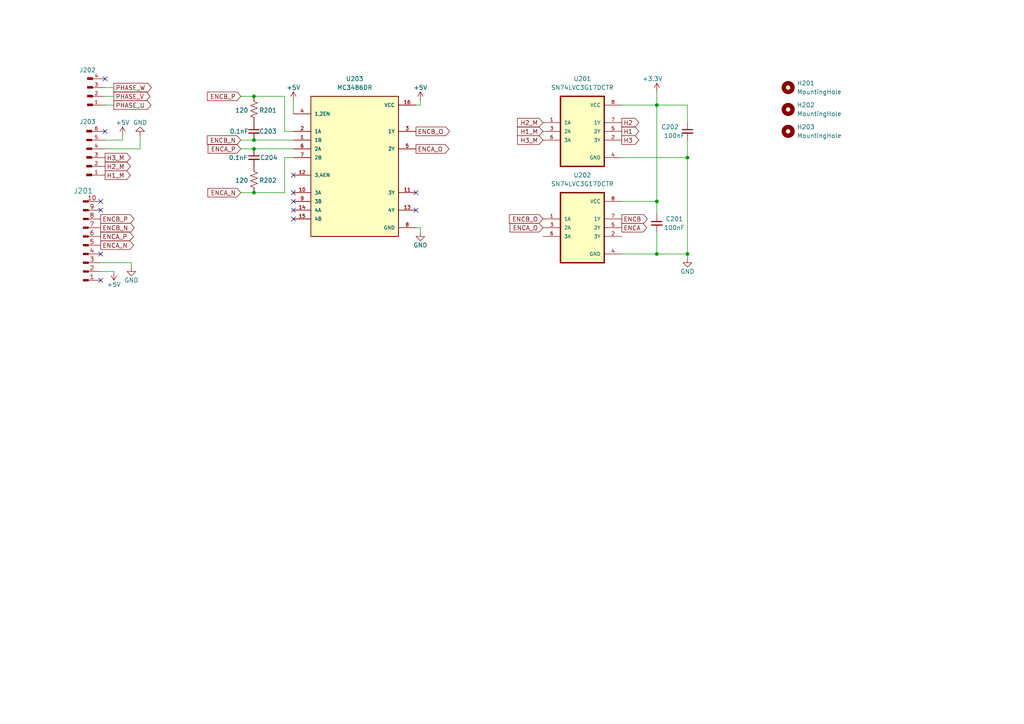
<source format=kicad_sch>
(kicad_sch (version 20231120) (generator "eeschema") (generator_version "8.0")
  (paper "A4")
  (lib_symbols
    (symbol "353180420_1" (pin_names (offset 1.016) hide)
      (property "Reference" "J" (at 0.254 2.032 0))
      (property "Value" "353180420" (at -4.318 -10.414 0))
      (symbol "353180420_1_0_0"
        (rectangle (start 3.556 -7.366) (end 5.1435 -8.001) (stroke (width 0.1)) (fill (type outline)))
        (rectangle (start 3.556 -4.826) (end 5.1435 -5.461) (stroke (width 0.1)) (fill (type outline)))
        (rectangle (start 3.556 -2.286) (end 5.1435 -2.921) (stroke (width 0.1)) (fill (type outline)))
        (rectangle (start 3.556 0.254) (end 5.1435 -0.381) (stroke (width 0.1)) (fill (type outline)))
        (pin passive line (at 0 0 0) (length 5.08) (name "1") (number "1"))
        (pin passive line (at 0 -2.54 0) (length 5.08) (name "2") (number "2"))
      )
      (symbol "353180420_1_1_0"
        (pin passive line (at 0 -5.08 0) (length 5.08) (name "3") (number "3"))
        (pin passive line (at 0 -7.62 0) (length 5.08) (name "4") (number "4"))
      )
    )
    (symbol "Device:C_Small" (pin_numbers hide) (pin_names (offset 0.254) hide)
      (property "Reference" "C" (at 0.254 1.778 0))
      (property "Value" "C_Small" (at 0.254 -2.032 0))
      (symbol "C_Small_0_1"
        (polyline (pts (xy -1.524 -0.508) (xy 1.524 -0.508)) (stroke (width 0.3302)))
        (polyline (pts (xy -1.524 0.508) (xy 1.524 0.508)) (stroke (width 0.3048)))
      )
      (symbol "C_Small_1_1"
        (pin passive line (at 0 2.54 270) (length 2.032) (name "~") (number "1"))
        (pin passive line (at 0 -2.54 90) (length 2.032) (name "~") (number "2"))
      )
    )
    (symbol "Device:R_US" (pin_numbers hide) (pin_names (offset 0))
      (property "Reference" "R" (at 2.54 0 90))
      (property "Value" "R_US" (at -2.54 0 90))
      (symbol "R_US_0_1"
        (polyline (pts (xy 0 -2.286) (xy 0 -2.54)))
        (polyline (pts (xy 0 2.286) (xy 0 2.54)))
        (polyline (pts (xy 0 -0.762) (xy 1.016 -1.143) (xy 0 -1.524) (xy -1.016 -1.905) (xy 0 -2.286)))
        (polyline (pts (xy 0 0.762) (xy 1.016 0.381) (xy 0 0) (xy -1.016 -0.381) (xy 0 -0.762)))
        (polyline (pts (xy 0 2.286) (xy 1.016 1.905) (xy 0 1.524) (xy -1.016 1.143) (xy 0 0.762)))
      )
      (symbol "R_US_1_1"
        (pin passive line (at 0 3.81 270) (length 1.27) (name "~") (number "1"))
        (pin passive line (at 0 -3.81 90) (length 1.27) (name "~") (number "2"))
      )
    )
    (symbol "Mechanical:MountingHole" (pin_names (offset 1.016))
      (property "Reference" "H" (at 0 5.08 0))
      (property "Value" "MountingHole" (at 0 3.175 0))
      (symbol "MountingHole_0_1"
        (circle (center 0 0) (radius 1.27) (stroke (width 1.27)))
      )
    )
    (symbol "lib:430450607" (pin_names (offset 1.016) hide)
      (property "Reference" "J" (at -1.778 1.778 0))
      (property "Value" "430450607" (at -4.064 -15.494 0))
      (symbol "430450607_0_0"
        (rectangle (start 3.81 -12.446) (end 5.3975 -13.081) (stroke (width 0.1)) (fill (type outline)))
        (rectangle (start 3.81 -9.906) (end 5.3975 -10.4775) (stroke (width 0.1)) (fill (type outline)))
        (rectangle (start 3.81 -7.366) (end 5.3975 -7.9375) (stroke (width 0.1)) (fill (type outline)))
        (rectangle (start 3.81 -4.826) (end 5.3975 -5.461) (stroke (width 0.1)) (fill (type outline)))
        (rectangle (start 3.81 -2.286) (end 5.3975 -2.921) (stroke (width 0.1)) (fill (type outline)))
        (rectangle (start 3.81 0.254) (end 5.3975 -0.381) (stroke (width 0.1)) (fill (type outline)))
        (pin passive line (at 0 0 0) (length 5.08) (name "1") (number "1"))
        (pin passive line (at 0 -2.54 0) (length 5.08) (name "2") (number "2"))
        (pin passive line (at 0 -5.08 0) (length 5.08) (name "3") (number "3"))
      )
      (symbol "430450607_1_0"
        (pin passive line (at 0 -7.62 0) (length 5.08) (name "4") (number "4"))
        (pin passive line (at 0 -10.16 0) (length 5.08) (name "5") (number "5"))
        (pin passive line (at 0 -12.7 0) (length 5.08) (name "6") (number "6"))
      )
    )
    (symbol "lib:702461004" (pin_names (offset 0.254) hide)
      (property "Reference" "J" (at -2.032 2.54 0))
      (property "Value" "702461004" (at 2.032 -26.162 0))
      (symbol "702461004_1_1"
        (rectangle (start 3.556 -22.606) (end 5.08 -23.114) (fill (type outline)))
        (rectangle (start 3.556 -20.066) (end 5.08 -20.574) (fill (type outline)))
        (rectangle (start 3.556 -17.526) (end 5.08 -18.034) (fill (type outline)))
        (rectangle (start 3.556 -14.986) (end 5.08 -15.494) (fill (type outline)))
        (rectangle (start 3.556 -12.446) (end 5.08 -12.954) (fill (type outline)))
        (rectangle (start 3.556 -9.906) (end 5.08 -10.414) (fill (type outline)))
        (rectangle (start 3.556 -7.366) (end 5.08 -7.874) (fill (type outline)))
        (rectangle (start 3.556 -4.826) (end 5.08 -5.334) (fill (type outline)))
        (rectangle (start 3.556 -2.286) (end 5.08 -2.794) (fill (type outline)))
        (rectangle (start 3.556 0.254) (end 5.08 -0.254) (fill (type outline)))
        (pin unspecified line (at 0 0 0) (length 5.08) (name "1") (number "1"))
        (pin unspecified line (at 0 -22.86 0) (length 5.08) (name "10") (number "10"))
        (pin unspecified line (at 0 -2.54 0) (length 5.08) (name "2") (number "2"))
        (pin unspecified line (at 0 -5.08 0) (length 5.08) (name "3") (number "3"))
        (pin unspecified line (at 0 -7.62 0) (length 5.08) (name "4") (number "4"))
        (pin unspecified line (at 0 -10.16 0) (length 5.08) (name "5") (number "5"))
        (pin unspecified line (at 0 -12.7 0) (length 5.08) (name "6") (number "6"))
        (pin unspecified line (at 0 -15.24 0) (length 5.08) (name "7") (number "7"))
        (pin unspecified line (at 0 -17.78 0) (length 5.08) (name "8") (number "8"))
        (pin unspecified line (at 0 -20.32 0) (length 5.08) (name "9") (number "9"))
      )
      (symbol "702461004_1_2"
        (polyline (pts (xy 5.08 -25.4) (xy 12.7 -25.4)) (stroke (width 0.127)))
        (polyline (pts (xy 5.08 2.54) (xy 5.08 -25.4)) (stroke (width 0.127)))
        (polyline (pts (xy 7.62 -22.86) (xy 5.08 -22.86)) (stroke (width 0.127)))
        (polyline (pts (xy 7.62 -22.86) (xy 8.89 -23.7067)) (stroke (width 0.127)))
        (polyline (pts (xy 7.62 -22.86) (xy 8.89 -22.0133)) (stroke (width 0.127)))
        (polyline (pts (xy 7.62 -20.32) (xy 5.08 -20.32)) (stroke (width 0.127)))
        (polyline (pts (xy 7.62 -20.32) (xy 8.89 -21.1667)) (stroke (width 0.127)))
        (polyline (pts (xy 7.62 -20.32) (xy 8.89 -19.4733)) (stroke (width 0.127)))
        (polyline (pts (xy 7.62 -17.78) (xy 5.08 -17.78)) (stroke (width 0.127)))
        (polyline (pts (xy 7.62 -17.78) (xy 8.89 -18.6267)) (stroke (width 0.127)))
        (polyline (pts (xy 7.62 -17.78) (xy 8.89 -16.9333)) (stroke (width 0.127)))
        (polyline (pts (xy 7.62 -15.24) (xy 5.08 -15.24)) (stroke (width 0.127)))
        (polyline (pts (xy 7.62 -15.24) (xy 8.89 -16.0867)) (stroke (width 0.127)))
        (polyline (pts (xy 7.62 -15.24) (xy 8.89 -14.3933)) (stroke (width 0.127)))
        (polyline (pts (xy 7.62 -12.7) (xy 5.08 -12.7)) (stroke (width 0.127)))
        (polyline (pts (xy 7.62 -12.7) (xy 8.89 -13.5467)) (stroke (width 0.127)))
        (polyline (pts (xy 7.62 -12.7) (xy 8.89 -11.8533)) (stroke (width 0.127)))
        (polyline (pts (xy 7.62 -10.16) (xy 5.08 -10.16)) (stroke (width 0.127)))
        (polyline (pts (xy 7.62 -10.16) (xy 8.89 -11.0067)) (stroke (width 0.127)))
        (polyline (pts (xy 7.62 -10.16) (xy 8.89 -9.3133)) (stroke (width 0.127)))
        (polyline (pts (xy 7.62 -7.62) (xy 5.08 -7.62)) (stroke (width 0.127)))
        (polyline (pts (xy 7.62 -7.62) (xy 8.89 -8.4667)) (stroke (width 0.127)))
        (polyline (pts (xy 7.62 -7.62) (xy 8.89 -6.7733)) (stroke (width 0.127)))
        (polyline (pts (xy 7.62 -5.08) (xy 5.08 -5.08)) (stroke (width 0.127)))
        (polyline (pts (xy 7.62 -5.08) (xy 8.89 -5.9267)) (stroke (width 0.127)))
        (polyline (pts (xy 7.62 -5.08) (xy 8.89 -4.2333)) (stroke (width 0.127)))
        (polyline (pts (xy 7.62 -2.54) (xy 5.08 -2.54)) (stroke (width 0.127)))
        (polyline (pts (xy 7.62 -2.54) (xy 8.89 -3.3867)) (stroke (width 0.127)))
        (polyline (pts (xy 7.62 -2.54) (xy 8.89 -1.6933)) (stroke (width 0.127)))
        (polyline (pts (xy 7.62 0) (xy 5.08 0)) (stroke (width 0.127)))
        (polyline (pts (xy 7.62 0) (xy 8.89 -0.8467)) (stroke (width 0.127)))
        (polyline (pts (xy 7.62 0) (xy 8.89 0.8467)) (stroke (width 0.127)))
        (polyline (pts (xy 12.7 -25.4) (xy 12.7 2.54)) (stroke (width 0.127)))
        (polyline (pts (xy 12.7 2.54) (xy 5.08 2.54)) (stroke (width 0.127)))
        (pin unspecified line (at 0 0 0) (length 5.08) (name "1") (number "1"))
        (pin unspecified line (at 0 -22.86 0) (length 5.08) (name "10") (number "10"))
        (pin unspecified line (at 0 -2.54 0) (length 5.08) (name "2") (number "2"))
        (pin unspecified line (at 0 -5.08 0) (length 5.08) (name "3") (number "3"))
        (pin unspecified line (at 0 -7.62 0) (length 5.08) (name "4") (number "4"))
        (pin unspecified line (at 0 -10.16 0) (length 5.08) (name "5") (number "5"))
        (pin unspecified line (at 0 -12.7 0) (length 5.08) (name "6") (number "6"))
        (pin unspecified line (at 0 -15.24 0) (length 5.08) (name "7") (number "7"))
        (pin unspecified line (at 0 -17.78 0) (length 5.08) (name "8") (number "8"))
        (pin unspecified line (at 0 -20.32 0) (length 5.08) (name "9") (number "9"))
      )
    )
    (symbol "lib:MC3486DR" (pin_names (offset 1.016))
      (property "Reference" "U" (at -12.7 20.828 0))
      (property "Value" "MC3486DR" (at -12.7 -22.86 0))
      (symbol "MC3486DR_0_0"
        (rectangle (start -12.7 20.32) (end 12.7 -20.32) (stroke (width 0.254)) (fill (type background)))
        (pin input line (at -17.78 7.62 0) (length 5.08) (name "1B") (number "1"))
        (pin input line (at -17.78 -7.62 0) (length 5.08) (name "3A") (number "10"))
        (pin output line (at 17.78 -7.62 180) (length 5.08) (name "3Y") (number "11"))
        (pin input line (at -17.78 -2.54 0) (length 5.08) (name "3,4EN") (number "12"))
        (pin output line (at 17.78 -12.7 180) (length 5.08) (name "4Y") (number "13"))
        (pin input line (at -17.78 -12.7 0) (length 5.08) (name "4A") (number "14"))
        (pin input line (at -17.78 -15.24 0) (length 5.08) (name "4B") (number "15"))
        (pin power_in line (at 17.78 17.78 180) (length 5.08) (name "VCC") (number "16"))
        (pin input line (at -17.78 10.16 0) (length 5.08) (name "1A") (number "2"))
        (pin output line (at 17.78 10.16 180) (length 5.08) (name "1Y") (number "3"))
        (pin input line (at -17.78 15.24 0) (length 5.08) (name "1,2EN") (number "4"))
        (pin output line (at 17.78 5.08 180) (length 5.08) (name "2Y") (number "5"))
        (pin input line (at -17.78 5.08 0) (length 5.08) (name "2A") (number "6"))
        (pin input line (at -17.78 2.54 0) (length 5.08) (name "2B") (number "7"))
        (pin power_in line (at 17.78 -17.78 180) (length 5.08) (name "GND") (number "8"))
        (pin input line (at -17.78 -10.16 0) (length 5.08) (name "3B") (number "9"))
      )
    )
    (symbol "lib:SN74LVC3G17DCTR" (pin_names (offset 1.016))
      (property "Reference" "U" (at 11.43 10.668 0))
      (property "Value" "SN74LVC3G17DCTR" (at -4.826 -12.7 0))
      (symbol "SN74LVC3G17DCTR_0_0"
        (rectangle (start 0 10.16) (end 12.7 -10.16) (stroke (width 0.41)) (fill (type background)))
        (pin input line (at -5.08 2.54 0) (length 5.08) (name "1A") (number "1"))
        (pin output line (at 17.78 -2.54 180) (length 5.08) (name "3Y") (number "2"))
        (pin input line (at -5.08 0 0) (length 5.08) (name "2A") (number "3"))
        (pin power_in line (at 17.78 -7.62 180) (length 5.08) (name "GND") (number "4"))
        (pin output line (at 17.78 0 180) (length 5.08) (name "2Y") (number "5"))
        (pin input line (at -5.08 -2.54 0) (length 5.08) (name "3A") (number "6"))
        (pin output line (at 17.78 2.54 180) (length 5.08) (name "1Y") (number "7"))
        (pin power_in line (at 17.78 7.62 180) (length 5.08) (name "VCC") (number "8"))
      )
    )
    (symbol "power:+3.3V" (power) (pin_names (offset 0))
      (property "Value" "+3.3V" (at 0 3.556 0))
      (symbol "+3.3V_0_1"
        (polyline (pts (xy -0.762 1.27) (xy 0 2.54)))
        (polyline (pts (xy 0 0) (xy 0 2.54)))
        (polyline (pts (xy 0 2.54) (xy 0.762 1.27)))
      )
      (symbol "+3.3V_1_1"
        (pin power_in line (at 0 0 90) (length 0) hide (name "+3.3V") (number "1"))
      )
    )
    (symbol "power:+5V" (power) (pin_names (offset 0))
      (property "Value" "+5V" (at 0 3.556 0))
      (symbol "+5V_0_1"
        (polyline (pts (xy -0.762 1.27) (xy 0 2.54)))
        (polyline (pts (xy 0 0) (xy 0 2.54)))
        (polyline (pts (xy 0 2.54) (xy 0.762 1.27)))
      )
      (symbol "+5V_1_1"
        (pin power_in line (at 0 0 90) (length 0) hide (name "+5V") (number "1"))
      )
    )
    (symbol "power:GND" (power) (pin_names (offset 0))
      (property "Value" "GND" (at 0 -3.81 0))
      (symbol "GND_0_1"
        (polyline (pts (xy 0 0) (xy 0 -1.27) (xy 1.27 -1.27) (xy 0 -2.54) (xy -1.27 -1.27) (xy 0 -1.27)))
      )
      (symbol "GND_1_1"
        (pin power_in line (at 0 0 270) (length 0) hide (name "GND") (number "1"))
      )
    )
  )
  (junction (at 73.66 27.94))
  (junction (at 199.39 45.72))
  (junction (at 190.5 73.66))
  (junction (at 199.39 73.66))
  (junction (at 73.66 43.18))
  (junction (at 190.5 58.42))
  (junction (at 73.66 40.64))
  (junction (at 190.5 30.48))
  (junction (at 73.66 55.88))
  (no_connect (at 120.65 55.88))
  (no_connect (at 85.09 50.8))
  (no_connect (at 30.48 38.1))
  (no_connect (at 85.09 60.96))
  (no_connect (at 85.09 63.5))
  (no_connect (at 29.21 60.96))
  (no_connect (at 29.21 58.42))
  (no_connect (at 85.09 55.88))
  (no_connect (at 29.21 73.66))
  (no_connect (at 30.48 22.86))
  (no_connect (at 29.21 81.28))
  (no_connect (at 85.09 58.42))
  (no_connect (at 120.65 60.96))
  (wire (pts (xy 180.34 45.72) (xy 199.39 45.72)))
  (wire (pts (xy 82.55 55.88) (xy 82.55 45.72)))
  (wire (pts (xy 199.39 40.64) (xy 199.39 45.72)))
  (wire (pts (xy 120.65 30.48) (xy 121.92 30.48)))
  (wire (pts (xy 190.5 58.42) (xy 180.34 58.42)))
  (wire (pts (xy 190.5 26.67) (xy 190.5 30.48)))
  (wire (pts (xy 29.21 76.2) (xy 38.1 76.2)))
  (wire (pts (xy 30.48 40.64) (xy 35.56 40.64)))
  (wire (pts (xy 199.39 30.48) (xy 199.39 35.56)))
  (wire (pts (xy 69.85 27.94) (xy 73.66 27.94)))
  (wire (pts (xy 180.34 30.48) (xy 190.5 30.48)))
  (wire (pts (xy 30.48 30.48) (xy 33.02 30.48)))
  (wire (pts (xy 69.85 43.18) (xy 73.66 43.18)))
  (wire (pts (xy 29.21 78.74) (xy 33.02 78.74)))
  (wire (pts (xy 199.39 73.66) (xy 199.39 74.93)))
  (wire (pts (xy 120.65 66.04) (xy 121.92 66.04)))
  (wire (pts (xy 121.92 66.04) (xy 121.92 67.31)))
  (wire (pts (xy 30.48 43.18) (xy 40.64 43.18)))
  (wire (pts (xy 190.5 58.42) (xy 190.5 62.23)))
  (wire (pts (xy 190.5 30.48) (xy 190.5 58.42)))
  (wire (pts (xy 180.34 73.66) (xy 190.5 73.66)))
  (wire (pts (xy 38.1 76.2) (xy 38.1 77.47)))
  (wire (pts (xy 121.92 29.21) (xy 121.92 30.48)))
  (wire (pts (xy 190.5 30.48) (xy 199.39 30.48)))
  (wire (pts (xy 199.39 45.72) (xy 199.39 73.66)))
  (wire (pts (xy 190.5 73.66) (xy 199.39 73.66)))
  (wire (pts (xy 30.48 25.4) (xy 33.02 25.4)))
  (wire (pts (xy 30.48 27.94) (xy 33.02 27.94)))
  (wire (pts (xy 73.66 43.18) (xy 85.09 43.18)))
  (wire (pts (xy 69.85 40.64) (xy 73.66 40.64)))
  (wire (pts (xy 69.85 55.88) (xy 73.66 55.88)))
  (wire (pts (xy 40.64 39.37) (xy 40.64 43.18)))
  (wire (pts (xy 82.55 27.94) (xy 82.55 38.1)))
  (wire (pts (xy 35.56 39.37) (xy 35.56 40.64)))
  (wire (pts (xy 190.5 67.31) (xy 190.5 73.66)))
  (wire (pts (xy 73.66 40.64) (xy 85.09 40.64)))
  (wire (pts (xy 73.66 27.94) (xy 82.55 27.94)))
  (wire (pts (xy 85.09 29.21) (xy 85.09 33.02)))
  (wire (pts (xy 82.55 38.1) (xy 85.09 38.1)))
  (wire (pts (xy 82.55 45.72) (xy 85.09 45.72)))
  (wire (pts (xy 73.66 55.88) (xy 82.55 55.88)))
  (global_label "PHASE_V" (shape output) (at 33.02 27.94 0) (property "Intersheetrefs" "${INTERSHEET_REFS}" (effects (hide yes))))
  (global_label "ENCA_N" (shape output) (at 29.21 71.12 0) (property "Intersheetrefs" "${INTERSHEET_REFS}" (effects (hide yes))))
  (global_label "ENCB_N" (shape input) (at 69.85 40.64 180) (property "Intersheetrefs" "${INTERSHEET_REFS}" (effects (hide yes))))
  (global_label "ENCA_O" (shape input) (at 157.48 66.04 180) (property "Intersheetrefs" "${INTERSHEET_REFS}" (effects (hide yes))))
  (global_label "H1_M" (shape input) (at 157.48 38.1 180) (property "Intersheetrefs" "${INTERSHEET_REFS}" (effects (hide yes))))
  (global_label "ENCA_O" (shape output) (at 120.65 43.18 0) (property "Intersheetrefs" "${INTERSHEET_REFS}" (effects (hide yes))))
  (global_label "ENCA_P" (shape input) (at 69.85 43.18 180) (property "Intersheetrefs" "${INTERSHEET_REFS}" (effects (hide yes))))
  (global_label "PHASE_W" (shape output) (at 33.02 25.4 0) (property "Intersheetrefs" "${INTERSHEET_REFS}" (effects (hide yes))))
  (global_label "PHASE_U" (shape output) (at 33.02 30.48 0) (property "Intersheetrefs" "${INTERSHEET_REFS}" (effects (hide yes))))
  (global_label "ENCB_O" (shape output) (at 120.65 38.1 0) (property "Intersheetrefs" "${INTERSHEET_REFS}" (effects (hide yes))))
  (global_label "ENCB_P" (shape input) (at 69.85 27.94 180) (property "Intersheetrefs" "${INTERSHEET_REFS}" (effects (hide yes))))
  (global_label "H3_M" (shape input) (at 157.48 40.64 180) (property "Intersheetrefs" "${INTERSHEET_REFS}" (effects (hide yes))))
  (global_label "H2" (shape output) (at 180.34 35.56 0) (property "Intersheetrefs" "${INTERSHEET_REFS}" (effects (hide yes))))
  (global_label "H1_M" (shape output) (at 30.48 50.8 0) (property "Intersheetrefs" "${INTERSHEET_REFS}" (effects (hide yes))))
  (global_label "ENCA_N" (shape input) (at 69.85 55.88 180) (property "Intersheetrefs" "${INTERSHEET_REFS}" (effects (hide yes))))
  (global_label "H1" (shape output) (at 180.34 38.1 0) (property "Intersheetrefs" "${INTERSHEET_REFS}" (effects (hide yes))))
  (global_label "ENCB" (shape output) (at 180.34 63.5 0) (property "Intersheetrefs" "${INTERSHEET_REFS}" (effects (hide yes))))
  (global_label "ENCB_P" (shape output) (at 29.21 63.5 0) (property "Intersheetrefs" "${INTERSHEET_REFS}" (effects (hide yes))))
  (global_label "ENCB_O" (shape input) (at 157.48 63.5 180) (property "Intersheetrefs" "${INTERSHEET_REFS}" (effects (hide yes))))
  (global_label "H2_M" (shape input) (at 157.48 35.56 180) (property "Intersheetrefs" "${INTERSHEET_REFS}" (effects (hide yes))))
  (global_label "ENCA" (shape output) (at 180.34 66.04 0) (property "Intersheetrefs" "${INTERSHEET_REFS}" (effects (hide yes))))
  (global_label "H3_M" (shape output) (at 30.48 45.72 0) (property "Intersheetrefs" "${INTERSHEET_REFS}" (effects (hide yes))))
  (global_label "ENCB_N" (shape output) (at 29.21 66.04 0) (property "Intersheetrefs" "${INTERSHEET_REFS}" (effects (hide yes))))
  (global_label "ENCA_P" (shape output) (at 29.21 68.58 0) (property "Intersheetrefs" "${INTERSHEET_REFS}" (effects (hide yes))))
  (global_label "H2_M" (shape output) (at 30.48 48.26 0) (property "Intersheetrefs" "${INTERSHEET_REFS}" (effects (hide yes))))
  (global_label "H3" (shape output) (at 180.34 40.64 0) (property "Intersheetrefs" "${INTERSHEET_REFS}" (effects (hide yes))))
  (symbol (lib_id "lib:SN74LVC3G17DCTR") (at 162.56 38.1 0) (unit 1)
    (property "Reference" "U201" (at 168.91 22.86 0))
    (property "Value" "SN74LVC3G17DCTR" (at 168.91 25.4 0))
    (property "Footprint" "lib:SOP65P400X130-8N" (effects (hide yes)))
  )
  (symbol (lib_id "Device:R_US") (at 73.66 52.07 180) (unit 1)
    (property "Reference" "R202" (at 77.724 52.324 0))
    (property "Value" "120" (at 70.104 52.324 0))
    (property "Footprint" "Resistor_SMD:R_0603_1608Metric" (effects (hide yes)))
  )
  (symbol (lib_id "power:+5V") (at 85.09 29.21 0) (unit 1)
    (property "Reference" "#PWR0207" (effects (hide yes)))
    (property "Value" "+5V" (at 85.09 25.4 0))
  )
  (symbol (lib_id "power:+5V") (at 121.92 29.21 0) (unit 1)
    (property "Reference" "#PWR0208" (effects (hide yes)))
    (property "Value" "+5V" (at 121.92 25.4 0))
  )
  (symbol (lib_id "lib:SN74LVC3G17DCTR") (at 162.56 66.04 0) (unit 1)
    (property "Reference" "U202" (at 168.91 50.8 0))
    (property "Value" "SN74LVC3G17DCTR" (at 168.91 53.34 0))
    (property "Footprint" "lib:SOP65P400X130-8N" (effects (hide yes)))
  )
  (symbol (lib_id "Device:C_Small") (at 199.39 38.1 0) (unit 1)
    (property "Reference" "C202" (at 194.31 36.83 0))
    (property "Value" "100nF" (at 195.58 39.37 0))
    (property "Footprint" "Capacitor_SMD:C_0603_1608Metric" (effects (hide yes)))
  )
  (symbol (lib_id "Mechanical:MountingHole") (at 228.6 31.75 0) (unit 1)
    (property "Reference" "H202" (at 231.14 30.48 0) (effects (justify left)))
    (property "Value" "MountingHole" (at 231.14 33.02 0) (effects (justify left)))
    (property "Footprint" "MountingHole:MountingHole_2.2mm_M2" (effects (hide yes)))
  )
  (symbol (lib_name "353180420_1") (lib_id "lib:353180420") (at 30.48 30.48 180) (unit 1)
    (property "Reference" "J202" (at 25.4 20.32 0))
    (property "Value" "1x4_Molex_Connector" (effects (hide yes)))
    (property "Footprint" "lib:MOLEX_353180420" (effects (hide yes)))
    (property "MPN" "353180420" (effects (hide yes)))
  )
  (symbol (lib_id "power:GND") (at 199.39 74.93 0) (unit 1)
    (property "Reference" "#PWR0206" (effects (hide yes)))
    (property "Value" "GND" (at 199.39 78.74 0))
  )
  (symbol (lib_id "lib:MC3486DR") (at 102.87 48.26 0) (unit 1)
    (property "Reference" "U203" (at 102.87 22.86 0))
    (property "Value" "MC3486DR" (at 102.87 25.4 0))
    (property "Footprint" "lib:SOIC127P600X175-16N" (effects (hide yes)))
  )
  (symbol (lib_id "power:+5V") (at 35.56 39.37 0) (unit 1)
    (property "Reference" "#PWR0202" (effects (hide yes)))
    (property "Value" "+5V" (at 35.56 35.56 0))
  )
  (symbol (lib_id "Mechanical:MountingHole") (at 228.6 38.1 0) (unit 1)
    (property "Reference" "H203" (at 231.14 36.83 0) (effects (justify left)))
    (property "Value" "MountingHole" (at 231.14 39.37 0) (effects (justify left)))
    (property "Footprint" "MountingHole:MountingHole_2.2mm_M2" (effects (hide yes)))
  )
  (symbol (lib_id "power:GND") (at 40.64 39.37 180) (unit 1)
    (property "Reference" "#PWR0204" (effects (hide yes)))
    (property "Value" "GND" (at 40.64 35.56 0))
  )
  (symbol (lib_id "Device:C_Small") (at 73.66 38.1 0) (unit 1)
    (property "Reference" "C203" (at 77.724 38.1 0))
    (property "Value" "0.1nF" (at 69.342 38.1 0))
    (property "Footprint" "Capacitor_SMD:C_0603_1608Metric" (effects (hide yes)))
  )
  (symbol (lib_id "lib:702461004") (at 29.21 81.28 180) (unit 1)
    (property "Reference" "J201" (at 24.13 55.372 0) (effects (font (size 1.524 1.524))))
    (property "Value" "702461004" (effects (hide yes)))
    (property "Footprint" "lib:CON_702461004_MOL" (effects (hide yes)))
    (property "Datasheet" "702461004" (effects (hide yes)))
  )
  (symbol (lib_id "Mechanical:MountingHole") (at 228.6 25.4 0) (unit 1)
    (property "Reference" "H201" (at 231.14 24.13 0) (effects (justify left)))
    (property "Value" "MountingHole" (at 231.14 26.67 0) (effects (justify left)))
    (property "Footprint" "MountingHole:MountingHole_2.2mm_M2" (effects (hide yes)))
  )
  (symbol (lib_id "Device:C_Small") (at 190.5 64.77 0) (unit 1)
    (property "Reference" "C201" (at 195.58 63.5 0))
    (property "Value" "100nF" (at 195.58 66.04 0))
    (property "Footprint" "Capacitor_SMD:C_0603_1608Metric" (effects (hide yes)))
  )
  (symbol (lib_id "power:GND") (at 121.92 67.31 0) (unit 1)
    (property "Reference" "#PWR0209" (effects (hide yes)))
    (property "Value" "GND" (at 121.92 71.12 0))
  )
  (symbol (lib_id "lib:430450607") (at 30.48 50.8 180) (unit 1)
    (property "Reference" "J203" (at 25.4 35.306 0))
    (property "Value" "430450607" (effects (hide yes)))
    (property "Footprint" "lib:MOLEX_430450607" (effects (hide yes)))
  )
  (symbol (lib_id "power:GND") (at 38.1 77.47 0) (unit 1)
    (property "Reference" "#PWR0203" (effects (hide yes)))
    (property "Value" "GND" (at 38.1 81.28 0))
  )
  (symbol (lib_id "power:+5V") (at 33.02 78.74 180) (unit 1)
    (property "Reference" "#PWR0201" (effects (hide yes)))
    (property "Value" "+5V" (at 33.02 82.55 0))
  )
  (symbol (lib_id "Device:R_US") (at 73.66 31.75 180) (unit 1)
    (property "Reference" "R201" (at 77.724 32.004 0))
    (property "Value" "120" (at 70.104 32.004 0))
    (property "Footprint" "Resistor_SMD:R_0603_1608Metric" (effects (hide yes)))
  )
  (symbol (lib_id "Device:C_Small") (at 73.66 45.72 0) (unit 1)
    (property "Reference" "C204" (at 77.978 45.72 0))
    (property "Value" "0.1nF" (at 69.088 45.72 0))
    (property "Footprint" "Capacitor_SMD:C_0603_1608Metric" (effects (hide yes)))
  )
  (symbol (lib_id "power:+3.3V") (at 190.5 26.67 0) (unit 1)
    (property "Reference" "#PWR0205" (effects (hide yes)))
    (property "Value" "+3.3V" (at 189.23 22.86 0))
  )
)
</source>
